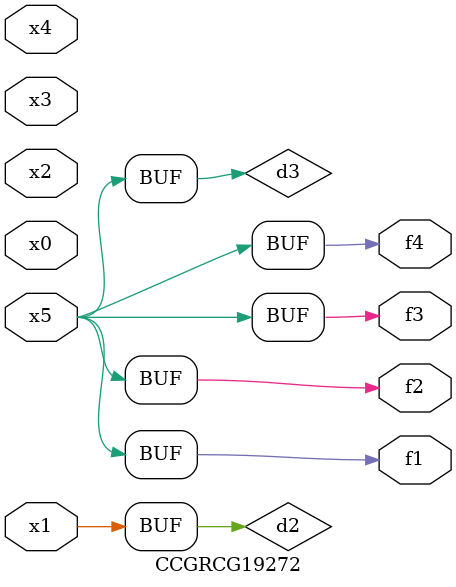
<source format=v>
module CCGRCG19272(
	input x0, x1, x2, x3, x4, x5,
	output f1, f2, f3, f4
);

	wire d1, d2, d3;

	not (d1, x5);
	or (d2, x1);
	xnor (d3, d1);
	assign f1 = d3;
	assign f2 = d3;
	assign f3 = d3;
	assign f4 = d3;
endmodule

</source>
